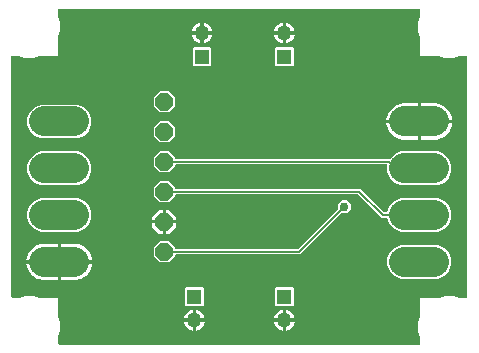
<source format=gbr>
G04 EAGLE Gerber RS-274X export*
G75*
%MOMM*%
%FSLAX34Y34*%
%LPD*%
%INBottom Copper*%
%IPPOS*%
%AMOC8*
5,1,8,0,0,1.08239X$1,22.5*%
G01*
%ADD10R,1.258000X1.258000*%
%ADD11C,1.258000*%
%ADD12C,2.550000*%
%ADD13P,1.632244X8X112.500000*%
%ADD14C,0.756400*%
%ADD15C,0.152400*%

G36*
X355620Y-2498D02*
X355620Y-2498D01*
X355639Y-2500D01*
X355741Y-2478D01*
X355843Y-2461D01*
X355860Y-2452D01*
X355880Y-2448D01*
X355969Y-2395D01*
X356060Y-2346D01*
X356074Y-2332D01*
X356091Y-2322D01*
X356158Y-2243D01*
X356230Y-2168D01*
X356238Y-2150D01*
X356251Y-2135D01*
X356290Y-2039D01*
X356333Y-1945D01*
X356335Y-1925D01*
X356343Y-1907D01*
X356361Y-1740D01*
X356361Y3476D01*
X356359Y3491D01*
X356361Y3507D01*
X356335Y3673D01*
X354839Y9256D01*
X354839Y16144D01*
X356335Y21727D01*
X356337Y21743D01*
X356343Y21758D01*
X356361Y21924D01*
X356361Y37339D01*
X371776Y37339D01*
X371791Y37341D01*
X371807Y37339D01*
X371973Y37365D01*
X377556Y38861D01*
X384444Y38861D01*
X390027Y37365D01*
X390043Y37363D01*
X390058Y37357D01*
X390224Y37339D01*
X395440Y37339D01*
X395460Y37342D01*
X395479Y37340D01*
X395581Y37362D01*
X395683Y37379D01*
X395700Y37388D01*
X395720Y37392D01*
X395809Y37445D01*
X395900Y37494D01*
X395914Y37508D01*
X395931Y37518D01*
X395998Y37597D01*
X396069Y37672D01*
X396078Y37690D01*
X396091Y37705D01*
X396130Y37801D01*
X396173Y37895D01*
X396175Y37915D01*
X396183Y37933D01*
X396201Y38100D01*
X396201Y241300D01*
X396198Y241320D01*
X396200Y241339D01*
X396178Y241441D01*
X396161Y241543D01*
X396152Y241560D01*
X396148Y241580D01*
X396095Y241669D01*
X396046Y241760D01*
X396032Y241774D01*
X396022Y241791D01*
X395943Y241858D01*
X395868Y241930D01*
X395850Y241938D01*
X395835Y241951D01*
X395739Y241990D01*
X395645Y242033D01*
X395625Y242035D01*
X395607Y242043D01*
X395440Y242061D01*
X390224Y242061D01*
X390209Y242059D01*
X390193Y242061D01*
X390027Y242035D01*
X384444Y240539D01*
X377556Y240539D01*
X371973Y242035D01*
X371957Y242037D01*
X371942Y242043D01*
X371776Y242061D01*
X356361Y242061D01*
X356361Y257476D01*
X356359Y257491D01*
X356361Y257507D01*
X356335Y257673D01*
X354839Y263256D01*
X354839Y270144D01*
X356335Y275727D01*
X356337Y275743D01*
X356343Y275758D01*
X356361Y275924D01*
X356361Y281140D01*
X356358Y281160D01*
X356360Y281179D01*
X356338Y281281D01*
X356322Y281383D01*
X356312Y281400D01*
X356308Y281420D01*
X356255Y281509D01*
X356206Y281600D01*
X356192Y281614D01*
X356182Y281631D01*
X356103Y281698D01*
X356028Y281769D01*
X356010Y281778D01*
X355995Y281791D01*
X355899Y281830D01*
X355805Y281873D01*
X355785Y281875D01*
X355767Y281883D01*
X355600Y281901D01*
X50800Y281901D01*
X50780Y281898D01*
X50761Y281900D01*
X50659Y281878D01*
X50557Y281861D01*
X50540Y281852D01*
X50520Y281848D01*
X50431Y281795D01*
X50340Y281746D01*
X50326Y281732D01*
X50309Y281722D01*
X50242Y281643D01*
X50170Y281568D01*
X50162Y281550D01*
X50149Y281535D01*
X50110Y281439D01*
X50067Y281345D01*
X50065Y281325D01*
X50057Y281307D01*
X50039Y281140D01*
X50039Y275924D01*
X50041Y275909D01*
X50039Y275893D01*
X50065Y275727D01*
X51561Y270144D01*
X51561Y263256D01*
X50065Y257673D01*
X50063Y257657D01*
X50057Y257642D01*
X50039Y257476D01*
X50039Y242061D01*
X34624Y242061D01*
X34609Y242059D01*
X34593Y242061D01*
X34427Y242035D01*
X28844Y240539D01*
X21956Y240539D01*
X16373Y242035D01*
X16357Y242037D01*
X16342Y242043D01*
X16176Y242061D01*
X10960Y242061D01*
X10940Y242058D01*
X10921Y242060D01*
X10819Y242038D01*
X10717Y242022D01*
X10700Y242012D01*
X10680Y242008D01*
X10591Y241955D01*
X10500Y241906D01*
X10486Y241892D01*
X10469Y241882D01*
X10402Y241803D01*
X10331Y241728D01*
X10322Y241710D01*
X10309Y241695D01*
X10270Y241599D01*
X10227Y241505D01*
X10225Y241485D01*
X10217Y241467D01*
X10199Y241300D01*
X10199Y38100D01*
X10202Y38080D01*
X10200Y38061D01*
X10222Y37959D01*
X10239Y37857D01*
X10248Y37840D01*
X10252Y37820D01*
X10305Y37731D01*
X10354Y37640D01*
X10368Y37626D01*
X10378Y37609D01*
X10457Y37542D01*
X10532Y37471D01*
X10550Y37462D01*
X10565Y37449D01*
X10661Y37410D01*
X10755Y37367D01*
X10775Y37365D01*
X10793Y37357D01*
X10960Y37339D01*
X16176Y37339D01*
X16191Y37341D01*
X16207Y37339D01*
X16373Y37365D01*
X21956Y38861D01*
X28844Y38861D01*
X34427Y37365D01*
X34443Y37363D01*
X34458Y37357D01*
X34624Y37339D01*
X50039Y37339D01*
X50039Y21924D01*
X50041Y21909D01*
X50039Y21893D01*
X50065Y21727D01*
X51561Y16144D01*
X51561Y9256D01*
X50065Y3673D01*
X50063Y3657D01*
X50057Y3642D01*
X50039Y3476D01*
X50039Y-1740D01*
X50042Y-1760D01*
X50040Y-1779D01*
X50062Y-1881D01*
X50079Y-1983D01*
X50088Y-2000D01*
X50092Y-2020D01*
X50145Y-2109D01*
X50194Y-2200D01*
X50208Y-2214D01*
X50218Y-2231D01*
X50297Y-2298D01*
X50372Y-2369D01*
X50390Y-2378D01*
X50405Y-2391D01*
X50501Y-2430D01*
X50595Y-2473D01*
X50615Y-2475D01*
X50633Y-2483D01*
X50800Y-2501D01*
X355600Y-2501D01*
X355620Y-2498D01*
G37*
%LPC*%
G36*
X340011Y92925D02*
X340011Y92925D01*
X334764Y95098D01*
X330748Y99114D01*
X328541Y104443D01*
X328479Y104543D01*
X328419Y104643D01*
X328415Y104647D01*
X328411Y104652D01*
X328322Y104727D01*
X328233Y104803D01*
X328227Y104805D01*
X328222Y104809D01*
X328114Y104851D01*
X328004Y104895D01*
X327997Y104896D01*
X327992Y104897D01*
X327974Y104898D01*
X327838Y104913D01*
X323653Y104913D01*
X304076Y124490D01*
X304002Y124543D01*
X303932Y124603D01*
X303902Y124615D01*
X303876Y124634D01*
X303789Y124661D01*
X303704Y124695D01*
X303663Y124699D01*
X303641Y124706D01*
X303609Y124705D01*
X303537Y124713D01*
X149526Y124713D01*
X149506Y124710D01*
X149487Y124712D01*
X149385Y124690D01*
X149283Y124674D01*
X149266Y124664D01*
X149246Y124660D01*
X149157Y124607D01*
X149066Y124558D01*
X149052Y124544D01*
X149035Y124534D01*
X148968Y124455D01*
X148896Y124380D01*
X148888Y124362D01*
X148875Y124347D01*
X148836Y124251D01*
X148793Y124157D01*
X148791Y124137D01*
X148783Y124119D01*
X148765Y123952D01*
X148765Y123245D01*
X143455Y117935D01*
X135945Y117935D01*
X130635Y123245D01*
X130635Y130755D01*
X135945Y136065D01*
X143455Y136065D01*
X148765Y130755D01*
X148765Y130048D01*
X148768Y130028D01*
X148766Y130009D01*
X148788Y129907D01*
X148804Y129805D01*
X148814Y129788D01*
X148818Y129768D01*
X148871Y129679D01*
X148920Y129588D01*
X148934Y129574D01*
X148944Y129557D01*
X149023Y129490D01*
X149098Y129418D01*
X149116Y129410D01*
X149131Y129397D01*
X149227Y129358D01*
X149321Y129315D01*
X149341Y129313D01*
X149359Y129305D01*
X149526Y129287D01*
X305747Y129287D01*
X325324Y109710D01*
X325398Y109657D01*
X325468Y109597D01*
X325498Y109585D01*
X325524Y109566D01*
X325611Y109539D01*
X325696Y109505D01*
X325737Y109501D01*
X325759Y109494D01*
X325791Y109495D01*
X325863Y109487D01*
X327838Y109487D01*
X327952Y109506D01*
X328069Y109523D01*
X328074Y109525D01*
X328080Y109526D01*
X328183Y109581D01*
X328288Y109634D01*
X328292Y109639D01*
X328298Y109642D01*
X328378Y109726D01*
X328460Y109810D01*
X328464Y109816D01*
X328467Y109820D01*
X328475Y109837D01*
X328541Y109957D01*
X330748Y115286D01*
X334764Y119302D01*
X340011Y121475D01*
X371189Y121475D01*
X376436Y119302D01*
X380452Y115286D01*
X382625Y110039D01*
X382625Y104361D01*
X380452Y99114D01*
X376436Y95098D01*
X371189Y92925D01*
X340011Y92925D01*
G37*
%LPD*%
%LPC*%
G36*
X340011Y132525D02*
X340011Y132525D01*
X334764Y134698D01*
X330748Y138714D01*
X328575Y143961D01*
X328575Y149352D01*
X328572Y149372D01*
X328574Y149391D01*
X328552Y149493D01*
X328536Y149595D01*
X328526Y149612D01*
X328522Y149632D01*
X328469Y149721D01*
X328420Y149812D01*
X328406Y149826D01*
X328396Y149843D01*
X328317Y149910D01*
X328242Y149982D01*
X328224Y149990D01*
X328209Y150003D01*
X328113Y150042D01*
X328019Y150085D01*
X327999Y150087D01*
X327981Y150095D01*
X327814Y150113D01*
X149526Y150113D01*
X149506Y150110D01*
X149487Y150112D01*
X149385Y150090D01*
X149283Y150074D01*
X149266Y150064D01*
X149246Y150060D01*
X149157Y150007D01*
X149066Y149958D01*
X149052Y149944D01*
X149035Y149934D01*
X148968Y149855D01*
X148896Y149780D01*
X148888Y149762D01*
X148875Y149747D01*
X148836Y149651D01*
X148793Y149557D01*
X148791Y149537D01*
X148783Y149519D01*
X148765Y149352D01*
X148765Y148645D01*
X143455Y143335D01*
X135945Y143335D01*
X130635Y148645D01*
X130635Y156155D01*
X135945Y161465D01*
X143455Y161465D01*
X148765Y156155D01*
X148765Y155448D01*
X148768Y155428D01*
X148766Y155409D01*
X148788Y155307D01*
X148804Y155205D01*
X148814Y155188D01*
X148818Y155168D01*
X148871Y155079D01*
X148920Y154988D01*
X148934Y154974D01*
X148944Y154957D01*
X149023Y154890D01*
X149098Y154818D01*
X149116Y154810D01*
X149131Y154797D01*
X149227Y154758D01*
X149321Y154715D01*
X149341Y154713D01*
X149359Y154705D01*
X149526Y154687D01*
X330234Y154687D01*
X330324Y154701D01*
X330415Y154709D01*
X330445Y154721D01*
X330477Y154726D01*
X330557Y154769D01*
X330641Y154805D01*
X330673Y154831D01*
X330694Y154842D01*
X330716Y154865D01*
X330772Y154910D01*
X334764Y158902D01*
X340011Y161075D01*
X371189Y161075D01*
X376436Y158902D01*
X380452Y154886D01*
X382625Y149639D01*
X382625Y143961D01*
X380452Y138714D01*
X376436Y134698D01*
X371189Y132525D01*
X340011Y132525D01*
G37*
%LPD*%
%LPC*%
G36*
X35211Y92925D02*
X35211Y92925D01*
X29964Y95098D01*
X25948Y99114D01*
X23775Y104361D01*
X23775Y110039D01*
X25948Y115286D01*
X29964Y119302D01*
X35211Y121475D01*
X66389Y121475D01*
X71636Y119302D01*
X75652Y115286D01*
X77825Y110039D01*
X77825Y104361D01*
X75652Y99114D01*
X71636Y95098D01*
X66389Y92925D01*
X35211Y92925D01*
G37*
%LPD*%
%LPC*%
G36*
X35211Y132525D02*
X35211Y132525D01*
X29964Y134698D01*
X25948Y138714D01*
X23775Y143961D01*
X23775Y149639D01*
X25948Y154886D01*
X29964Y158902D01*
X35211Y161075D01*
X66389Y161075D01*
X71636Y158902D01*
X75652Y154886D01*
X77825Y149639D01*
X77825Y143961D01*
X75652Y138714D01*
X71636Y134698D01*
X66389Y132525D01*
X35211Y132525D01*
G37*
%LPD*%
%LPC*%
G36*
X35211Y172125D02*
X35211Y172125D01*
X29964Y174298D01*
X25948Y178314D01*
X23775Y183561D01*
X23775Y189239D01*
X25948Y194486D01*
X29964Y198502D01*
X35211Y200675D01*
X66389Y200675D01*
X71636Y198502D01*
X75652Y194486D01*
X77825Y189239D01*
X77825Y183561D01*
X75652Y178314D01*
X71636Y174298D01*
X66389Y172125D01*
X35211Y172125D01*
G37*
%LPD*%
%LPC*%
G36*
X340011Y53325D02*
X340011Y53325D01*
X334764Y55498D01*
X330748Y59514D01*
X328575Y64761D01*
X328575Y70439D01*
X330748Y75686D01*
X334764Y79702D01*
X340011Y81875D01*
X371189Y81875D01*
X376436Y79702D01*
X380452Y75686D01*
X382625Y70439D01*
X382625Y64761D01*
X380452Y59514D01*
X376436Y55498D01*
X371189Y53325D01*
X340011Y53325D01*
G37*
%LPD*%
%LPC*%
G36*
X135945Y67135D02*
X135945Y67135D01*
X130635Y72445D01*
X130635Y79955D01*
X135945Y85265D01*
X143455Y85265D01*
X148765Y79955D01*
X148765Y79248D01*
X148768Y79228D01*
X148766Y79209D01*
X148788Y79107D01*
X148804Y79005D01*
X148814Y78988D01*
X148818Y78968D01*
X148871Y78879D01*
X148920Y78788D01*
X148934Y78774D01*
X148944Y78757D01*
X149023Y78690D01*
X149098Y78618D01*
X149116Y78610D01*
X149131Y78597D01*
X149227Y78558D01*
X149321Y78515D01*
X149341Y78513D01*
X149359Y78505D01*
X149526Y78487D01*
X252737Y78487D01*
X252828Y78501D01*
X252918Y78509D01*
X252948Y78521D01*
X252980Y78526D01*
X253061Y78569D01*
X253145Y78605D01*
X253177Y78631D01*
X253198Y78642D01*
X253220Y78665D01*
X253276Y78710D01*
X286570Y112004D01*
X286623Y112078D01*
X286683Y112148D01*
X286695Y112178D01*
X286714Y112204D01*
X286741Y112291D01*
X286775Y112376D01*
X286779Y112417D01*
X286786Y112439D01*
X286785Y112471D01*
X286793Y112543D01*
X286793Y116498D01*
X289902Y119607D01*
X294298Y119607D01*
X297407Y116498D01*
X297407Y112102D01*
X294298Y108993D01*
X290343Y108993D01*
X290252Y108979D01*
X290162Y108971D01*
X290132Y108959D01*
X290100Y108954D01*
X290019Y108911D01*
X289935Y108875D01*
X289903Y108849D01*
X289882Y108838D01*
X289860Y108815D01*
X289804Y108770D01*
X254947Y73913D01*
X149526Y73913D01*
X149506Y73910D01*
X149487Y73912D01*
X149385Y73890D01*
X149283Y73874D01*
X149266Y73864D01*
X149246Y73860D01*
X149157Y73807D01*
X149066Y73758D01*
X149052Y73744D01*
X149035Y73734D01*
X148968Y73655D01*
X148896Y73580D01*
X148888Y73562D01*
X148875Y73547D01*
X148836Y73451D01*
X148793Y73357D01*
X148791Y73337D01*
X148783Y73319D01*
X148765Y73152D01*
X148765Y72445D01*
X143455Y67135D01*
X135945Y67135D01*
G37*
%LPD*%
%LPC*%
G36*
X52323Y69123D02*
X52323Y69123D01*
X52323Y82891D01*
X64753Y82891D01*
X67131Y82514D01*
X69420Y81770D01*
X71564Y80678D01*
X73511Y79263D01*
X75213Y77561D01*
X76628Y75614D01*
X77720Y73470D01*
X78464Y71181D01*
X78790Y69123D01*
X52323Y69123D01*
G37*
%LPD*%
%LPC*%
G36*
X357123Y187923D02*
X357123Y187923D01*
X357123Y201691D01*
X369553Y201691D01*
X371931Y201314D01*
X374220Y200570D01*
X376364Y199478D01*
X378311Y198063D01*
X380013Y196361D01*
X381428Y194414D01*
X382520Y192270D01*
X383264Y189981D01*
X383590Y187923D01*
X357123Y187923D01*
G37*
%LPD*%
%LPC*%
G36*
X327610Y187923D02*
X327610Y187923D01*
X327936Y189981D01*
X328680Y192270D01*
X329772Y194414D01*
X331187Y196361D01*
X332889Y198063D01*
X334836Y199478D01*
X336980Y200570D01*
X339269Y201314D01*
X341647Y201691D01*
X354077Y201691D01*
X354077Y187923D01*
X327610Y187923D01*
G37*
%LPD*%
%LPC*%
G36*
X22810Y69123D02*
X22810Y69123D01*
X23136Y71181D01*
X23880Y73470D01*
X24972Y75614D01*
X26387Y77561D01*
X28089Y79263D01*
X30036Y80678D01*
X32180Y81770D01*
X34469Y82514D01*
X36847Y82891D01*
X49277Y82891D01*
X49277Y69123D01*
X22810Y69123D01*
G37*
%LPD*%
%LPC*%
G36*
X357123Y171109D02*
X357123Y171109D01*
X357123Y184877D01*
X383590Y184877D01*
X383264Y182819D01*
X382520Y180530D01*
X381428Y178386D01*
X380013Y176439D01*
X378311Y174737D01*
X376364Y173322D01*
X374220Y172230D01*
X371931Y171486D01*
X369553Y171109D01*
X357123Y171109D01*
G37*
%LPD*%
%LPC*%
G36*
X52323Y52309D02*
X52323Y52309D01*
X52323Y66077D01*
X78790Y66077D01*
X78464Y64019D01*
X77720Y61730D01*
X76628Y59586D01*
X75213Y57639D01*
X73511Y55937D01*
X71564Y54522D01*
X69420Y53430D01*
X67131Y52686D01*
X64753Y52309D01*
X52323Y52309D01*
G37*
%LPD*%
%LPC*%
G36*
X36847Y52309D02*
X36847Y52309D01*
X34469Y52686D01*
X32180Y53430D01*
X30036Y54522D01*
X28089Y55937D01*
X26387Y57639D01*
X24972Y59586D01*
X23880Y61730D01*
X23136Y64019D01*
X22810Y66077D01*
X49277Y66077D01*
X49277Y52309D01*
X36847Y52309D01*
G37*
%LPD*%
%LPC*%
G36*
X341647Y171109D02*
X341647Y171109D01*
X339269Y171486D01*
X336980Y172230D01*
X334836Y173322D01*
X332889Y174737D01*
X331187Y176439D01*
X329772Y178386D01*
X328680Y180530D01*
X327936Y182819D01*
X327610Y184877D01*
X354077Y184877D01*
X354077Y171109D01*
X341647Y171109D01*
G37*
%LPD*%
%LPC*%
G36*
X135945Y168735D02*
X135945Y168735D01*
X130635Y174045D01*
X130635Y181555D01*
X135945Y186865D01*
X143455Y186865D01*
X148765Y181555D01*
X148765Y174045D01*
X143455Y168735D01*
X135945Y168735D01*
G37*
%LPD*%
%LPC*%
G36*
X135945Y194135D02*
X135945Y194135D01*
X130635Y199445D01*
X130635Y206955D01*
X135945Y212265D01*
X143455Y212265D01*
X148765Y206955D01*
X148765Y199445D01*
X143455Y194135D01*
X135945Y194135D01*
G37*
%LPD*%
%LPC*%
G36*
X164528Y233485D02*
X164528Y233485D01*
X163635Y234378D01*
X163635Y248222D01*
X164528Y249115D01*
X178372Y249115D01*
X179265Y248222D01*
X179265Y234378D01*
X178372Y233485D01*
X164528Y233485D01*
G37*
%LPD*%
%LPC*%
G36*
X234378Y233485D02*
X234378Y233485D01*
X233485Y234378D01*
X233485Y248222D01*
X234378Y249115D01*
X248222Y249115D01*
X249115Y248222D01*
X249115Y234378D01*
X248222Y233485D01*
X234378Y233485D01*
G37*
%LPD*%
%LPC*%
G36*
X234378Y30285D02*
X234378Y30285D01*
X233485Y31178D01*
X233485Y45022D01*
X234378Y45915D01*
X248222Y45915D01*
X249115Y45022D01*
X249115Y31178D01*
X248222Y30285D01*
X234378Y30285D01*
G37*
%LPD*%
%LPC*%
G36*
X158178Y30285D02*
X158178Y30285D01*
X157285Y31178D01*
X157285Y45022D01*
X158178Y45915D01*
X172022Y45915D01*
X172915Y45022D01*
X172915Y31178D01*
X172022Y30285D01*
X158178Y30285D01*
G37*
%LPD*%
%LPC*%
G36*
X141223Y103123D02*
X141223Y103123D01*
X141223Y111681D01*
X143876Y111681D01*
X149781Y105776D01*
X149781Y103123D01*
X141223Y103123D01*
G37*
%LPD*%
%LPC*%
G36*
X141223Y100077D02*
X141223Y100077D01*
X149781Y100077D01*
X149781Y97424D01*
X143876Y91519D01*
X141223Y91519D01*
X141223Y100077D01*
G37*
%LPD*%
%LPC*%
G36*
X129619Y103123D02*
X129619Y103123D01*
X129619Y105776D01*
X135524Y111681D01*
X138177Y111681D01*
X138177Y103123D01*
X129619Y103123D01*
G37*
%LPD*%
%LPC*%
G36*
X135524Y91519D02*
X135524Y91519D01*
X129619Y97424D01*
X129619Y100077D01*
X138177Y100077D01*
X138177Y91519D01*
X135524Y91519D01*
G37*
%LPD*%
%LPC*%
G36*
X172973Y262823D02*
X172973Y262823D01*
X172973Y270001D01*
X174026Y269791D01*
X175633Y269126D01*
X177079Y268159D01*
X178309Y266929D01*
X179276Y265483D01*
X179941Y263876D01*
X180151Y262823D01*
X172973Y262823D01*
G37*
%LPD*%
%LPC*%
G36*
X242823Y19623D02*
X242823Y19623D01*
X242823Y26801D01*
X243876Y26591D01*
X245483Y25926D01*
X246929Y24959D01*
X248159Y23729D01*
X249126Y22283D01*
X249791Y20676D01*
X250001Y19623D01*
X242823Y19623D01*
G37*
%LPD*%
%LPC*%
G36*
X242823Y262823D02*
X242823Y262823D01*
X242823Y270001D01*
X243876Y269791D01*
X245483Y269126D01*
X246929Y268159D01*
X248159Y266929D01*
X249126Y265483D01*
X249791Y263876D01*
X250001Y262823D01*
X242823Y262823D01*
G37*
%LPD*%
%LPC*%
G36*
X166623Y19623D02*
X166623Y19623D01*
X166623Y26801D01*
X167676Y26591D01*
X169283Y25926D01*
X170729Y24959D01*
X171959Y23729D01*
X172926Y22283D01*
X173591Y20676D01*
X173801Y19623D01*
X166623Y19623D01*
G37*
%LPD*%
%LPC*%
G36*
X232599Y262823D02*
X232599Y262823D01*
X232809Y263876D01*
X233474Y265483D01*
X234441Y266929D01*
X235671Y268159D01*
X237117Y269126D01*
X238724Y269791D01*
X239777Y270001D01*
X239777Y262823D01*
X232599Y262823D01*
G37*
%LPD*%
%LPC*%
G36*
X172973Y259777D02*
X172973Y259777D01*
X180151Y259777D01*
X179941Y258724D01*
X179276Y257117D01*
X178309Y255671D01*
X177079Y254441D01*
X175633Y253474D01*
X174026Y252809D01*
X172973Y252599D01*
X172973Y259777D01*
G37*
%LPD*%
%LPC*%
G36*
X162749Y262823D02*
X162749Y262823D01*
X162959Y263876D01*
X163624Y265483D01*
X164591Y266929D01*
X165821Y268159D01*
X167267Y269126D01*
X168874Y269791D01*
X169927Y270001D01*
X169927Y262823D01*
X162749Y262823D01*
G37*
%LPD*%
%LPC*%
G36*
X242823Y16577D02*
X242823Y16577D01*
X250001Y16577D01*
X249791Y15524D01*
X249126Y13917D01*
X248159Y12471D01*
X246929Y11241D01*
X245483Y10274D01*
X243876Y9609D01*
X242823Y9399D01*
X242823Y16577D01*
G37*
%LPD*%
%LPC*%
G36*
X232599Y19623D02*
X232599Y19623D01*
X232809Y20676D01*
X233474Y22283D01*
X234441Y23729D01*
X235671Y24959D01*
X237117Y25926D01*
X238724Y26591D01*
X239777Y26801D01*
X239777Y19623D01*
X232599Y19623D01*
G37*
%LPD*%
%LPC*%
G36*
X166623Y16577D02*
X166623Y16577D01*
X173801Y16577D01*
X173591Y15524D01*
X172926Y13917D01*
X171959Y12471D01*
X170729Y11241D01*
X169283Y10274D01*
X167676Y9609D01*
X166623Y9399D01*
X166623Y16577D01*
G37*
%LPD*%
%LPC*%
G36*
X156399Y19623D02*
X156399Y19623D01*
X156609Y20676D01*
X157274Y22283D01*
X158241Y23729D01*
X159471Y24959D01*
X160917Y25926D01*
X162524Y26591D01*
X163577Y26801D01*
X163577Y19623D01*
X156399Y19623D01*
G37*
%LPD*%
%LPC*%
G36*
X242823Y259777D02*
X242823Y259777D01*
X250001Y259777D01*
X249791Y258724D01*
X249126Y257117D01*
X248159Y255671D01*
X246929Y254441D01*
X245483Y253474D01*
X243876Y252809D01*
X242823Y252599D01*
X242823Y259777D01*
G37*
%LPD*%
%LPC*%
G36*
X238724Y252809D02*
X238724Y252809D01*
X237117Y253474D01*
X235671Y254441D01*
X234441Y255671D01*
X233474Y257117D01*
X232809Y258724D01*
X232599Y259777D01*
X239777Y259777D01*
X239777Y252599D01*
X238724Y252809D01*
G37*
%LPD*%
%LPC*%
G36*
X168874Y252809D02*
X168874Y252809D01*
X167267Y253474D01*
X165821Y254441D01*
X164591Y255671D01*
X163624Y257117D01*
X162959Y258724D01*
X162749Y259777D01*
X169927Y259777D01*
X169927Y252599D01*
X168874Y252809D01*
G37*
%LPD*%
%LPC*%
G36*
X162524Y9609D02*
X162524Y9609D01*
X160917Y10274D01*
X159471Y11241D01*
X158241Y12471D01*
X157274Y13917D01*
X156609Y15524D01*
X156399Y16577D01*
X163577Y16577D01*
X163577Y9399D01*
X162524Y9609D01*
G37*
%LPD*%
%LPC*%
G36*
X238724Y9609D02*
X238724Y9609D01*
X237117Y10274D01*
X235671Y11241D01*
X234441Y12471D01*
X233474Y13917D01*
X232809Y15524D01*
X232599Y16577D01*
X239777Y16577D01*
X239777Y9399D01*
X238724Y9609D01*
G37*
%LPD*%
%LPC*%
G36*
X139699Y101599D02*
X139699Y101599D01*
X139699Y101601D01*
X139701Y101601D01*
X139701Y101599D01*
X139699Y101599D01*
G37*
%LPD*%
%LPC*%
G36*
X241299Y18099D02*
X241299Y18099D01*
X241299Y18101D01*
X241301Y18101D01*
X241301Y18099D01*
X241299Y18099D01*
G37*
%LPD*%
%LPC*%
G36*
X165099Y18099D02*
X165099Y18099D01*
X165099Y18101D01*
X165101Y18101D01*
X165101Y18099D01*
X165099Y18099D01*
G37*
%LPD*%
%LPC*%
G36*
X171449Y261299D02*
X171449Y261299D01*
X171449Y261301D01*
X171451Y261301D01*
X171451Y261299D01*
X171449Y261299D01*
G37*
%LPD*%
%LPC*%
G36*
X50799Y67599D02*
X50799Y67599D01*
X50799Y67601D01*
X50801Y67601D01*
X50801Y67599D01*
X50799Y67599D01*
G37*
%LPD*%
%LPC*%
G36*
X355599Y186399D02*
X355599Y186399D01*
X355599Y186401D01*
X355601Y186401D01*
X355601Y186399D01*
X355599Y186399D01*
G37*
%LPD*%
%LPC*%
G36*
X241299Y261299D02*
X241299Y261299D01*
X241299Y261301D01*
X241301Y261301D01*
X241301Y261299D01*
X241299Y261299D01*
G37*
%LPD*%
D10*
X171450Y241300D03*
D11*
X171450Y261300D03*
D10*
X241300Y241300D03*
D11*
X241300Y261300D03*
D10*
X165100Y38100D03*
D11*
X165100Y18100D03*
D10*
X241300Y38100D03*
D11*
X241300Y18100D03*
D12*
X342850Y67600D02*
X368350Y67600D01*
X368350Y107200D02*
X342850Y107200D01*
X342850Y146800D02*
X368350Y146800D01*
X368350Y186400D02*
X342850Y186400D01*
X63550Y186400D02*
X38050Y186400D01*
X38050Y146800D02*
X63550Y146800D01*
X63550Y107200D02*
X38050Y107200D01*
X38050Y67600D02*
X63550Y67600D01*
D13*
X139700Y76200D03*
X139700Y101600D03*
X139700Y127000D03*
X139700Y152400D03*
X139700Y177800D03*
X139700Y203200D03*
D14*
X317500Y266700D03*
X88900Y241300D03*
X114300Y50800D03*
X330200Y12700D03*
D15*
X335800Y146800D02*
X355600Y146800D01*
X335800Y146800D02*
X330200Y152400D01*
X139700Y152400D01*
X324600Y107200D02*
X355600Y107200D01*
X324600Y107200D02*
X304800Y127000D01*
X139700Y127000D01*
D14*
X292100Y114300D03*
D15*
X254000Y76200D01*
X139700Y76200D01*
M02*

</source>
